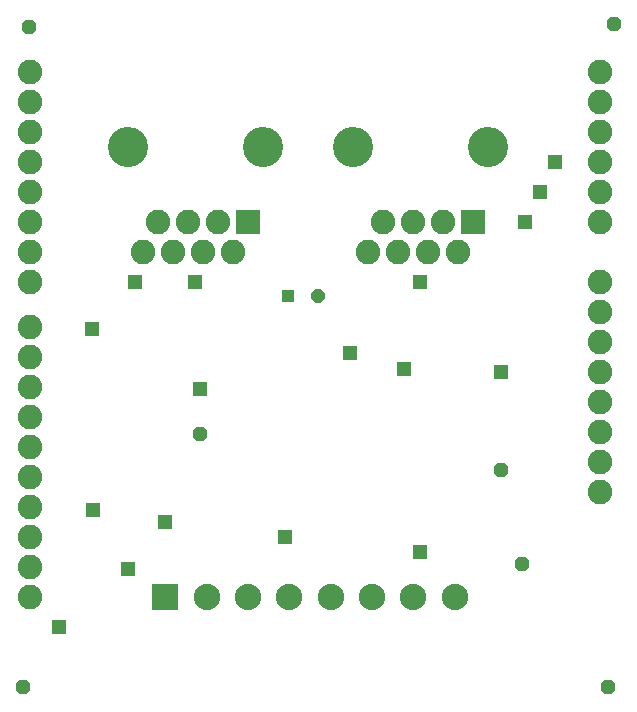
<source format=gbs>
G75*
%MOIN*%
%OFA0B0*%
%FSLAX25Y25*%
%IPPOS*%
%LPD*%
%AMOC8*
5,1,8,0,0,1.08239X$1,22.5*
%
%ADD10C,0.08200*%
%ADD11R,0.08200X0.08200*%
%ADD12C,0.13398*%
%ADD13R,0.08800X0.08800*%
%ADD14C,0.08800*%
%ADD15R,0.04762X0.04762*%
%ADD16OC8,0.04369*%
%ADD17R,0.04369X0.04369*%
%ADD18OC8,0.04762*%
D10*
X0021250Y0102524D03*
X0021250Y0112524D03*
X0021250Y0122524D03*
X0021250Y0132524D03*
X0021250Y0142524D03*
X0021250Y0152524D03*
X0021250Y0162524D03*
X0021250Y0172524D03*
X0021250Y0182524D03*
X0021250Y0192524D03*
X0021250Y0207524D03*
X0021250Y0217524D03*
X0021250Y0227524D03*
X0021250Y0237524D03*
X0021250Y0247524D03*
X0021250Y0257524D03*
X0021250Y0267524D03*
X0021250Y0277524D03*
X0063750Y0227524D03*
X0058750Y0217524D03*
X0068750Y0217524D03*
X0073750Y0227524D03*
X0078750Y0217524D03*
X0083750Y0227524D03*
X0088750Y0217524D03*
X0133750Y0217524D03*
X0138750Y0227524D03*
X0143750Y0217524D03*
X0148750Y0227524D03*
X0153750Y0217524D03*
X0158750Y0227524D03*
X0163750Y0217524D03*
X0211250Y0227524D03*
X0211250Y0237524D03*
X0211250Y0247524D03*
X0211250Y0257524D03*
X0211250Y0267524D03*
X0211250Y0277524D03*
X0211250Y0207524D03*
X0211250Y0197524D03*
X0211250Y0187524D03*
X0211250Y0177524D03*
X0211250Y0167524D03*
X0211250Y0157524D03*
X0211250Y0147524D03*
X0211250Y0137524D03*
D11*
X0168750Y0227524D03*
X0093750Y0227524D03*
D12*
X0098750Y0252524D03*
X0128750Y0252524D03*
X0173750Y0252524D03*
X0053750Y0252524D03*
D13*
X0066250Y0102524D03*
D14*
X0080030Y0102524D03*
X0093809Y0102524D03*
X0107589Y0102524D03*
X0121368Y0102524D03*
X0135148Y0102524D03*
X0148927Y0102524D03*
X0162707Y0102524D03*
D15*
X0151250Y0117524D03*
X0145750Y0178524D03*
X0127750Y0184024D03*
X0151250Y0207524D03*
X0178250Y0177524D03*
X0186250Y0227524D03*
X0191250Y0237524D03*
X0196250Y0247524D03*
X0106250Y0122524D03*
X0077750Y0172024D03*
X0076250Y0207524D03*
X0056250Y0207524D03*
X0041750Y0192024D03*
X0042250Y0131524D03*
X0053750Y0112024D03*
X0066250Y0127524D03*
X0030750Y0092524D03*
D16*
X0117250Y0203024D03*
D17*
X0107250Y0203024D03*
D18*
X0018750Y0072524D03*
X0077750Y0157024D03*
X0178250Y0145024D03*
X0185250Y0113524D03*
X0213750Y0072524D03*
X0215750Y0293524D03*
X0020750Y0292524D03*
M02*

</source>
